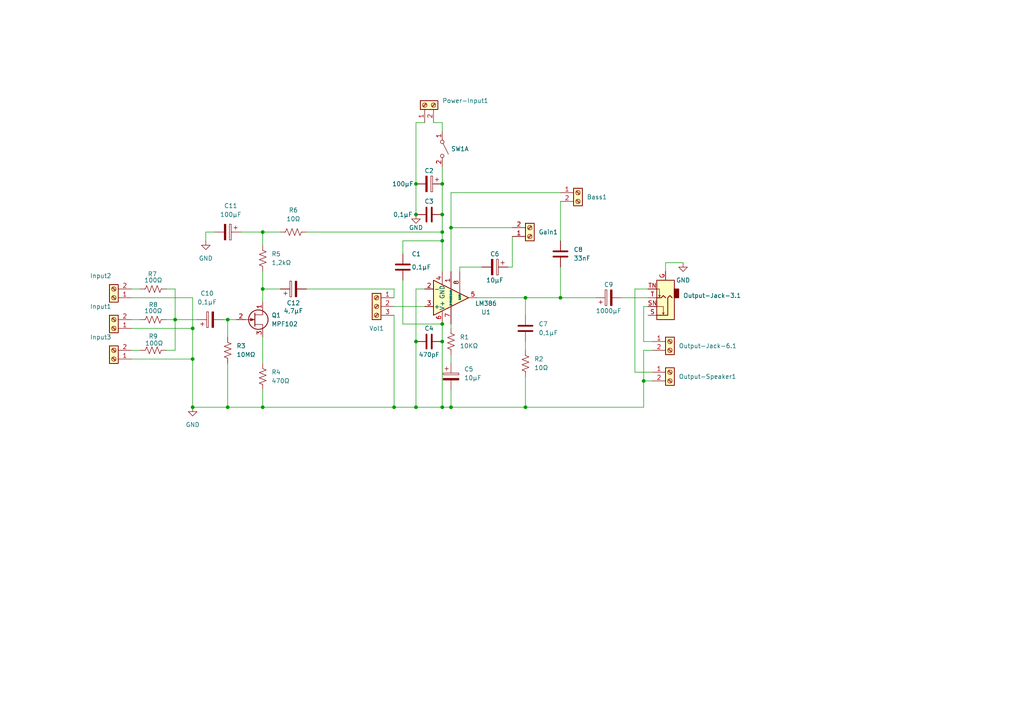
<source format=kicad_sch>
(kicad_sch (version 20231120) (generator "eeschema") (generator_version "8.0")
  (paper "A4")
  (lib_symbols
    (symbol "Amplifier_Audio:LM386" (pin_names (offset 0.127))
      (property "Reference" "U" (at 1.27 7.62 0))
      (property "Value" "LM386" (at 1.27 5.08 0))
      (symbol "LM386_0_1"
        (polyline (pts (xy 5.08 0) (xy -5.08 5.08) (xy -5.08 -5.08) (xy 5.08 0)) (stroke (width 0.254)) (fill (type background)))
      )
      (symbol "LM386_1_1"
        (pin input line (at 0 -7.62 90) (length 5.08) (name "GAIN") (number "1"))
        (pin input line (at -7.62 -2.54 0) (length 2.54) (name "-") (number "2"))
        (pin input line (at -7.62 2.54 0) (length 2.54) (name "+") (number "3"))
        (pin power_in line (at -2.54 -7.62 90) (length 3.81) (name "GND") (number "4"))
        (pin output line (at 7.62 0 180) (length 2.54) (name "~") (number "5"))
        (pin power_in line (at -2.54 7.62 270) (length 3.81) (name "V+") (number "6"))
        (pin input line (at 0 7.62 270) (length 5.08) (name "BYPASS") (number "7"))
        (pin input line (at 2.54 -7.62 90) (length 6.35) (name "GAIN") (number "8"))
      )
    )
    (symbol "Connector:Screw_Terminal_01x02" (pin_names (offset 1.016) hide)
      (property "Reference" "J" (at 0 2.54 0))
      (property "Value" "Screw_Terminal_01x02" (at 0 -5.08 0))
      (symbol "Screw_Terminal_01x02_1_1"
        (rectangle (start -1.27 1.27) (end 1.27 -3.81) (stroke (width 0.254)) (fill (type background)))
        (circle (center 0 -2.54) (radius 0.635) (stroke (width 0.1524)))
        (polyline (pts (xy -0.5334 -2.2098) (xy 0.3302 -3.048)) (stroke (width 0.1524)))
        (polyline (pts (xy -0.5334 0.3302) (xy 0.3302 -0.508)) (stroke (width 0.1524)))
        (polyline (pts (xy -0.3556 -2.032) (xy 0.508 -2.8702)) (stroke (width 0.1524)))
        (polyline (pts (xy -0.3556 0.508) (xy 0.508 -0.3302)) (stroke (width 0.1524)))
        (circle (center 0 0) (radius 0.635) (stroke (width 0.1524)))
        (pin passive line (at -5.08 0 0) (length 3.81) (name "Pin_1") (number "1"))
        (pin passive line (at -5.08 -2.54 0) (length 3.81) (name "Pin_2") (number "2"))
      )
    )
    (symbol "Connector:Screw_Terminal_01x03" (pin_names (offset 1.016) hide)
      (property "Reference" "J" (at 0 5.08 0))
      (property "Value" "Screw_Terminal_01x03" (at 0 -5.08 0))
      (symbol "Screw_Terminal_01x03_1_1"
        (rectangle (start -1.27 3.81) (end 1.27 -3.81) (stroke (width 0.254)) (fill (type background)))
        (circle (center 0 -2.54) (radius 0.635) (stroke (width 0.1524)))
        (polyline (pts (xy -0.5334 -2.2098) (xy 0.3302 -3.048)) (stroke (width 0.1524)))
        (polyline (pts (xy -0.5334 0.3302) (xy 0.3302 -0.508)) (stroke (width 0.1524)))
        (polyline (pts (xy -0.5334 2.8702) (xy 0.3302 2.032)) (stroke (width 0.1524)))
        (polyline (pts (xy -0.3556 -2.032) (xy 0.508 -2.8702)) (stroke (width 0.1524)))
        (polyline (pts (xy -0.3556 0.508) (xy 0.508 -0.3302)) (stroke (width 0.1524)))
        (polyline (pts (xy -0.3556 3.048) (xy 0.508 2.2098)) (stroke (width 0.1524)))
        (circle (center 0 0) (radius 0.635) (stroke (width 0.1524)))
        (circle (center 0 2.54) (radius 0.635) (stroke (width 0.1524)))
        (pin passive line (at -5.08 2.54 0) (length 3.81) (name "Pin_1") (number "1"))
        (pin passive line (at -5.08 0 0) (length 3.81) (name "Pin_2") (number "2"))
        (pin passive line (at -5.08 -2.54 0) (length 3.81) (name "Pin_3") (number "3"))
      )
    )
    (symbol "Connector_Audio:AudioJack2_Ground_Switch"
      (property "Reference" "J" (at 0 11.43 0))
      (property "Value" "AudioJack2_Ground_Switch" (at 0 8.89 0))
      (symbol "AudioJack2_Ground_Switch_0_1"
        (rectangle (start -2.54 -2.54) (end -3.81 0) (stroke (width 0.254)) (fill (type outline)))
        (rectangle (start 2.54 6.35) (end -2.54 -5.08) (stroke (width 0.254)) (fill (type background)))
      )
      (symbol "AudioJack2_Ground_Switch_1_1"
        (polyline (pts (xy 0.635 4.826) (xy 0.889 4.318)))
        (polyline (pts (xy 1.778 -0.254) (xy 2.032 -0.762)))
        (polyline (pts (xy 0 0) (xy 0.635 -0.635) (xy 1.27 0) (xy 2.54 0)) (stroke (width 0.254)))
        (polyline (pts (xy 2.54 -2.54) (xy 1.778 -2.54) (xy 1.778 -0.254) (xy 1.524 -0.762)))
        (polyline (pts (xy 2.54 2.54) (xy 0.635 2.54) (xy 0.635 4.826) (xy 0.381 4.318)))
        (polyline (pts (xy 2.54 5.08) (xy -0.635 5.08) (xy -0.635 0) (xy -1.27 -0.635) (xy -1.905 0)) (stroke (width 0.254)))
        (pin passive line (at 0 -7.62 90) (length 2.54) (name "~") (number "G"))
        (pin passive line (at 5.08 5.08 180) (length 2.54) (name "~") (number "S"))
        (pin passive line (at 5.08 2.54 180) (length 2.54) (name "~") (number "SN"))
        (pin passive line (at 5.08 0 180) (length 2.54) (name "~") (number "T"))
        (pin passive line (at 5.08 -2.54 180) (length 2.54) (name "~") (number "TN"))
      )
    )
    (symbol "Device:C" (pin_numbers hide) (pin_names (offset 0.254))
      (property "Reference" "C" (at 0.635 2.54 0))
      (property "Value" "C" (at 0.635 -2.54 0))
      (symbol "C_0_1"
        (polyline (pts (xy -2.032 -0.762) (xy 2.032 -0.762)) (stroke (width 0.508)))
        (polyline (pts (xy -2.032 0.762) (xy 2.032 0.762)) (stroke (width 0.508)))
      )
      (symbol "C_1_1"
        (pin passive line (at 0 3.81 270) (length 2.794) (name "~") (number "1"))
        (pin passive line (at 0 -3.81 90) (length 2.794) (name "~") (number "2"))
      )
    )
    (symbol "Device:C_Polarized" (pin_numbers hide) (pin_names (offset 0.254))
      (property "Reference" "C" (at 0.635 2.54 0))
      (property "Value" "C_Polarized" (at 0.635 -2.54 0))
      (symbol "C_Polarized_0_1"
        (rectangle (start -2.286 0.508) (end 2.286 1.016))
        (polyline (pts (xy -1.778 2.286) (xy -0.762 2.286)))
        (polyline (pts (xy -1.27 2.794) (xy -1.27 1.778)))
        (rectangle (start 2.286 -0.508) (end -2.286 -1.016) (fill (type outline)))
      )
      (symbol "C_Polarized_1_1"
        (pin passive line (at 0 3.81 270) (length 2.794) (name "~") (number "1"))
        (pin passive line (at 0 -3.81 90) (length 2.794) (name "~") (number "2"))
      )
    )
    (symbol "Device:R_US" (pin_numbers hide) (pin_names (offset 0))
      (property "Reference" "R" (at 2.54 0 90))
      (property "Value" "R_US" (at -2.54 0 90))
      (symbol "R_US_0_1"
        (polyline (pts (xy 0 -2.286) (xy 0 -2.54)))
        (polyline (pts (xy 0 2.286) (xy 0 2.54)))
        (polyline (pts (xy 0 -0.762) (xy 1.016 -1.143) (xy 0 -1.524) (xy -1.016 -1.905) (xy 0 -2.286)))
        (polyline (pts (xy 0 0.762) (xy 1.016 0.381) (xy 0 0) (xy -1.016 -0.381) (xy 0 -0.762)))
        (polyline (pts (xy 0 2.286) (xy 1.016 1.905) (xy 0 1.524) (xy -1.016 1.143) (xy 0 0.762)))
      )
      (symbol "R_US_1_1"
        (pin passive line (at 0 3.81 270) (length 1.27) (name "~") (number "1"))
        (pin passive line (at 0 -3.81 90) (length 1.27) (name "~") (number "2"))
      )
    )
    (symbol "GND_1" (power) (pin_numbers hide) (pin_names (offset 0) hide)
      (property "Value" "GND" (at 0 -3.81 0))
      (symbol "GND_1_0_1"
        (polyline (pts (xy 0 0) (xy 0 -1.27) (xy 1.27 -1.27) (xy 0 -2.54) (xy -1.27 -1.27) (xy 0 -1.27)))
      )
      (symbol "GND_1_1_1"
        (pin power_in line (at 0 0 270) (length 0) (name "~") (number "1"))
      )
    )
    (symbol "Switch:SW_DPST_x2" (pin_names (offset 0) hide)
      (property "Reference" "SW" (at 0 3.175 0))
      (property "Value" "SW_DPST_x2" (at 0 -2.54 0))
      (symbol "SW_DPST_x2_0_0"
        (circle (center -2.032 0) (radius 0.508))
        (polyline (pts (xy -1.524 0.254) (xy 1.524 1.778)))
        (circle (center 2.032 0) (radius 0.508))
      )
      (symbol "SW_DPST_x2_1_1"
        (pin passive line (at -5.08 0 0) (length 2.54) (name "A") (number "1"))
        (pin passive line (at 5.08 0 180) (length 2.54) (name "B") (number "2"))
      )
      (symbol "SW_DPST_x2_2_1"
        (pin passive line (at -5.08 0 0) (length 2.54) (name "A") (number "3"))
        (pin passive line (at 5.08 0 180) (length 2.54) (name "B") (number "4"))
      )
    )
    (symbol "Transistor_FET:2N3819" (pin_names hide)
      (property "Reference" "Q" (at 5.08 1.905 0))
      (property "Value" "2N3819" (at 5.08 0 0))
      (symbol "2N3819_0_1"
        (polyline (pts (xy 0.254 0) (xy -2.54 0)))
        (polyline (pts (xy 0.254 1.905) (xy 0.254 -1.905)) (stroke (width 0.254)))
        (polyline (pts (xy 2.54 -2.54) (xy 2.54 -1.397) (xy 0.254 -1.397)))
        (polyline (pts (xy 2.54 2.54) (xy 2.54 1.397) (xy 0.254 1.397)))
        (polyline (pts (xy 0 0) (xy -1.016 0.381) (xy -1.016 -0.381) (xy 0 0)) (fill (type outline)))
        (circle (center 1.27 0) (radius 2.8194) (stroke (width 0.254)))
      )
      (symbol "2N3819_1_1"
        (pin passive line (at 2.54 5.08 270) (length 2.54) (name "D") (number "1"))
        (pin input line (at -5.08 0 0) (length 2.54) (name "G") (number "2"))
        (pin passive line (at 2.54 -5.08 90) (length 2.54) (name "S") (number "3"))
      )
    )
    (symbol "power:GND" (power) (pin_names (offset 0))
      (property "Value" "GND" (at 0 -3.81 0))
      (symbol "GND_0_1"
        (polyline (pts (xy 0 0) (xy 0 -1.27) (xy 1.27 -1.27) (xy 0 -2.54) (xy -1.27 -1.27) (xy 0 -1.27)))
      )
      (symbol "GND_1_1"
        (pin power_in line (at 0 0 270) (length 0) hide (name "GND") (number "1"))
      )
    )
  )
  (junction (at 162.56 86.36))
  (junction (at 55.88 118.11))
  (junction (at 128.27 99.06))
  (junction (at 55.88 104.14))
  (junction (at 114.3 118.11))
  (junction (at 128.27 67.31))
  (junction (at 50.8 92.71))
  (junction (at 128.27 118.11))
  (junction (at 120.65 118.11))
  (junction (at 152.4 118.11))
  (junction (at 120.65 53.34))
  (junction (at 120.65 62.23))
  (junction (at 128.27 53.34))
  (junction (at 186.69 110.49))
  (junction (at 66.04 118.11))
  (junction (at 76.2 67.31))
  (junction (at 152.4 86.36))
  (junction (at 76.2 118.11))
  (junction (at 128.27 69.85))
  (junction (at 130.81 66.04))
  (junction (at 128.27 62.23))
  (junction (at 76.2 83.82))
  (junction (at 128.27 93.98))
  (junction (at 66.04 92.71))
  (junction (at 120.65 99.06))
  (junction (at 55.88 95.25))
  (junction (at 130.81 118.11))
  (wire (pts (xy 64.77 92.71) (xy 66.04 92.71)))
  (wire (pts (xy 128.27 69.85) (xy 116.84 69.85)))
  (wire (pts (xy 76.2 83.82) (xy 81.28 83.82)))
  (wire (pts (xy 162.56 86.36) (xy 172.72 86.36)))
  (wire (pts (xy 130.81 66.04) (xy 130.81 55.88)))
  (wire (pts (xy 128.27 69.85) (xy 128.27 78.74)))
  (wire (pts (xy 48.26 101.6) (xy 50.8 101.6)))
  (wire (pts (xy 186.69 99.06) (xy 186.69 88.9)))
  (wire (pts (xy 162.56 58.42) (xy 162.56 69.85)))
  (wire (pts (xy 55.88 95.25) (xy 55.88 104.14)))
  (wire (pts (xy 186.69 101.6) (xy 186.69 110.49)))
  (wire (pts (xy 128.27 67.31) (xy 128.27 69.85)))
  (wire (pts (xy 120.65 99.06) (xy 120.65 118.11)))
  (wire (pts (xy 55.88 95.25) (xy 38.1 95.25)))
  (wire (pts (xy 123.19 35.56) (xy 120.65 35.56)))
  (wire (pts (xy 69.85 67.31) (xy 76.2 67.31)))
  (wire (pts (xy 184.15 107.95) (xy 189.23 107.95)))
  (wire (pts (xy 130.81 118.11) (xy 128.27 118.11)))
  (wire (pts (xy 120.65 35.56) (xy 120.65 53.34)))
  (wire (pts (xy 189.23 99.06) (xy 186.69 99.06)))
  (wire (pts (xy 193.04 76.2) (xy 198.12 76.2)))
  (wire (pts (xy 186.69 118.11) (xy 186.69 110.49)))
  (wire (pts (xy 66.04 118.11) (xy 76.2 118.11)))
  (wire (pts (xy 130.81 118.11) (xy 130.81 113.03)))
  (wire (pts (xy 76.2 113.03) (xy 76.2 118.11)))
  (wire (pts (xy 66.04 92.71) (xy 68.58 92.71)))
  (wire (pts (xy 128.27 93.98) (xy 128.27 99.06)))
  (wire (pts (xy 130.81 66.04) (xy 148.59 66.04)))
  (wire (pts (xy 55.88 104.14) (xy 55.88 118.11)))
  (wire (pts (xy 152.4 101.6) (xy 152.4 99.06)))
  (wire (pts (xy 38.1 104.14) (xy 55.88 104.14)))
  (wire (pts (xy 152.4 86.36) (xy 162.56 86.36)))
  (wire (pts (xy 76.2 83.82) (xy 76.2 87.63)))
  (wire (pts (xy 128.27 99.06) (xy 128.27 118.11)))
  (wire (pts (xy 114.3 83.82) (xy 114.3 86.36)))
  (wire (pts (xy 148.59 77.47) (xy 147.32 77.47)))
  (wire (pts (xy 128.27 118.11) (xy 120.65 118.11)))
  (wire (pts (xy 186.69 110.49) (xy 189.23 110.49)))
  (wire (pts (xy 38.1 83.82) (xy 40.64 83.82)))
  (wire (pts (xy 123.19 83.82) (xy 120.65 83.82)))
  (wire (pts (xy 116.84 81.28) (xy 116.84 93.98)))
  (wire (pts (xy 130.81 78.74) (xy 130.81 66.04)))
  (wire (pts (xy 50.8 92.71) (xy 57.15 92.71)))
  (wire (pts (xy 138.43 86.36) (xy 152.4 86.36)))
  (wire (pts (xy 116.84 69.85) (xy 116.84 73.66)))
  (wire (pts (xy 133.35 78.74) (xy 133.35 77.47)))
  (wire (pts (xy 130.81 55.88) (xy 162.56 55.88)))
  (wire (pts (xy 48.26 92.71) (xy 50.8 92.71)))
  (wire (pts (xy 189.23 101.6) (xy 186.69 101.6)))
  (wire (pts (xy 128.27 48.26) (xy 128.27 53.34)))
  (wire (pts (xy 114.3 88.9) (xy 123.19 88.9)))
  (wire (pts (xy 187.96 83.82) (xy 184.15 83.82)))
  (wire (pts (xy 76.2 97.79) (xy 76.2 105.41)))
  (wire (pts (xy 148.59 68.58) (xy 148.59 77.47)))
  (wire (pts (xy 76.2 67.31) (xy 81.28 67.31)))
  (wire (pts (xy 38.1 86.36) (xy 55.88 86.36)))
  (wire (pts (xy 76.2 67.31) (xy 76.2 71.12)))
  (wire (pts (xy 116.84 93.98) (xy 128.27 93.98)))
  (wire (pts (xy 59.69 67.31) (xy 59.69 69.85)))
  (wire (pts (xy 162.56 77.47) (xy 162.56 86.36)))
  (wire (pts (xy 50.8 101.6) (xy 50.8 92.71)))
  (wire (pts (xy 130.81 95.25) (xy 130.81 93.98)))
  (wire (pts (xy 50.8 83.82) (xy 50.8 92.71)))
  (wire (pts (xy 66.04 92.71) (xy 66.04 97.79)))
  (wire (pts (xy 180.34 86.36) (xy 187.96 86.36)))
  (wire (pts (xy 62.23 67.31) (xy 59.69 67.31)))
  (wire (pts (xy 66.04 105.41) (xy 66.04 118.11)))
  (wire (pts (xy 193.04 78.74) (xy 193.04 76.2)))
  (wire (pts (xy 128.27 62.23) (xy 128.27 67.31)))
  (wire (pts (xy 125.73 35.56) (xy 128.27 35.56)))
  (wire (pts (xy 186.69 88.9) (xy 187.96 88.9)))
  (wire (pts (xy 76.2 78.74) (xy 76.2 83.82)))
  (wire (pts (xy 152.4 109.22) (xy 152.4 118.11)))
  (wire (pts (xy 88.9 67.31) (xy 128.27 67.31)))
  (wire (pts (xy 152.4 118.11) (xy 130.81 118.11)))
  (wire (pts (xy 128.27 35.56) (xy 128.27 38.1)))
  (wire (pts (xy 184.15 83.82) (xy 184.15 107.95)))
  (wire (pts (xy 152.4 118.11) (xy 186.69 118.11)))
  (wire (pts (xy 133.35 77.47) (xy 139.7 77.47)))
  (wire (pts (xy 88.9 83.82) (xy 114.3 83.82)))
  (wire (pts (xy 55.88 118.11) (xy 66.04 118.11)))
  (wire (pts (xy 114.3 91.44) (xy 114.3 118.11)))
  (wire (pts (xy 48.26 83.82) (xy 50.8 83.82)))
  (wire (pts (xy 120.65 83.82) (xy 120.65 99.06)))
  (wire (pts (xy 76.2 118.11) (xy 114.3 118.11)))
  (wire (pts (xy 114.3 118.11) (xy 120.65 118.11)))
  (wire (pts (xy 55.88 86.36) (xy 55.88 95.25)))
  (wire (pts (xy 120.65 53.34) (xy 120.65 62.23)))
  (wire (pts (xy 152.4 86.36) (xy 152.4 91.44)))
  (wire (pts (xy 38.1 92.71) (xy 40.64 92.71)))
  (wire (pts (xy 130.81 105.41) (xy 130.81 102.87)))
  (wire (pts (xy 38.1 101.6) (xy 40.64 101.6)))
  (wire (pts (xy 128.27 53.34) (xy 128.27 62.23)))
  (symbol (lib_id "Connector:Screw_Terminal_01x02") (at 33.02 86.36 180) (unit 1)
    (property "Reference" "Input2" (at 29.21 80.01 0))
    (property "Value" "Screw_Terminal_01x02" (effects (hide yes)))
    (property "Footprint" "Connector_Molex:Molex_KK-254_AE-6410-02A_1x02_P2.54mm_Vertical" (effects (hide yes)))
  )
  (symbol (lib_id "Connector:Screw_Terminal_01x02") (at 33.02 104.14 180) (unit 1)
    (property "Reference" "Input3" (at 29.21 97.79 0))
    (property "Value" "Screw_Terminal_01x02" (effects (hide yes)))
    (property "Footprint" "Connector_Molex:Molex_KK-254_AE-6410-02A_1x02_P2.54mm_Vertical" (effects (hide yes)))
  )
  (symbol (lib_id "Device:C_Polarized") (at 60.96 92.71 90) (unit 1)
    (property "Reference" "C10" (at 60.071 85.09 90))
    (property "Value" "0,1µF" (at 60.071 87.63 90))
    (property "Footprint" "Capacitor_THT:CP_Radial_D6.3mm_P2.50mm" (effects (hide yes)))
    (property "Description" "Polarized capacitor" (effects (hide yes)))
  )
  (symbol (lib_id "Device:C") (at 124.46 62.23 90) (unit 1)
    (property "Reference" "C3" (at 124.46 58.42 90))
    (property "Value" "0,1µF" (at 116.84 62.23 90))
    (property "Footprint" "Capacitor_THT:C_Disc_D5.0mm_W2.5mm_P2.50mm" (effects (hide yes)))
  )
  (symbol (lib_id "Device:R_US") (at 130.81 99.06 0) (unit 1)
    (property "Reference" "R1" (at 133.35 97.7899 0) (effects (justify left)))
    (property "Value" "10KΩ" (at 133.35 100.3299 0) (effects (justify left)))
    (property "Footprint" "Resistor_THT:R_Axial_DIN0204_L3.6mm_D1.6mm_P7.62mm_Horizontal" (effects (hide yes)))
    (property "Description" "Resistor, US symbol" (effects (hide yes)))
  )
  (symbol (lib_id "Device:R_US") (at 44.45 92.71 90) (unit 1)
    (property "Reference" "R8" (at 44.45 88.392 90))
    (property "Value" "100Ω" (at 44.45 90.17 90))
    (property "Footprint" "Resistor_THT:R_Axial_DIN0204_L3.6mm_D1.6mm_P7.62mm_Horizontal" (effects (hide yes)))
    (property "Description" "Resistor, US symbol" (effects (hide yes)))
  )
  (symbol (lib_id "Transistor_FET:2N3819") (at 73.66 92.71 0) (unit 1)
    (property "Reference" "Q1" (at 78.74 91.4399 0) (effects (justify left)))
    (property "Value" "MPF102" (at 78.74 93.9799 0) (effects (justify left)))
    (property "Footprint" "Package_TO_SOT_THT:TO-92" (effects (hide yes)))
    (property "Datasheet" "https://my.centralsemi.com/datasheets/2N3819.PDF" (effects (hide yes)))
    (property "Description" "20mA Id, 25V Vgs, N-Channel JFET Transistor, TO-92" (effects (hide yes)))
  )
  (symbol (lib_id "Connector:Screw_Terminal_01x02") (at 167.64 55.88 0) (unit 1)
    (property "Reference" "Bass1" (at 170.18 57.15 0) (effects (justify left)))
    (property "Value" "Screw_Terminal_01x02" (effects (hide yes)))
    (property "Footprint" "Connector_Molex:Molex_KK-254_AE-6410-02A_1x02_P2.54mm_Vertical" (effects (hide yes)))
  )
  (symbol (lib_id "Connector:Screw_Terminal_01x02") (at 194.31 99.06 0) (unit 1)
    (property "Reference" "Output-Jack-6.1" (at 196.85 100.33 0) (effects (justify left)))
    (property "Value" "Screw_Terminal_01x02" (effects (hide yes)))
    (property "Footprint" "Connector_Molex:Molex_KK-254_AE-6410-02A_1x02_P2.54mm_Vertical" (effects (hide yes)))
  )
  (symbol (lib_id "Device:C") (at 162.56 73.66 0) (unit 1)
    (property "Reference" "C8" (at 166.37 72.39 0) (effects (justify left)))
    (property "Value" "33nF" (at 166.37 74.93 0) (effects (justify left)))
    (property "Footprint" "Capacitor_THT:C_Disc_D5.0mm_W2.5mm_P2.50mm" (effects (hide yes)))
  )
  (symbol (lib_id "power:GND") (at 120.65 62.23 0) (unit 1)
    (property "Reference" "#PWR02" (effects (hide yes)))
    (property "Value" "GND" (at 120.65 66.04 0))
  )
  (symbol (lib_id "Connector:Screw_Terminal_01x02") (at 33.02 95.25 180) (unit 1)
    (property "Reference" "Input1" (at 29.21 88.9 0))
    (property "Value" "Screw_Terminal_01x02" (effects (hide yes)))
    (property "Footprint" "Connector_Molex:Molex_KK-254_AE-6410-02A_1x02_P2.54mm_Vertical" (effects (hide yes)))
  )
  (symbol (lib_id "Device:R_US") (at 152.4 105.41 0) (unit 1)
    (property "Reference" "R2" (at 154.94 104.1399 0) (effects (justify left)))
    (property "Value" "10Ω" (at 154.94 106.6799 0) (effects (justify left)))
    (property "Footprint" "Resistor_THT:R_Axial_DIN0204_L3.6mm_D1.6mm_P7.62mm_Horizontal" (effects (hide yes)))
    (property "Description" "Resistor, US symbol" (effects (hide yes)))
  )
  (symbol (lib_id "Connector:Screw_Terminal_01x02") (at 194.31 107.95 0) (unit 1)
    (property "Reference" "Output-Speaker1" (at 196.85 109.22 0) (effects (justify left)))
    (property "Value" "Screw_Terminal_01x02" (effects (hide yes)))
    (property "Footprint" "Connector_Molex:Molex_KK-254_AE-6410-02A_1x02_P2.54mm_Vertical" (effects (hide yes)))
  )
  (symbol (lib_id "Connector:Screw_Terminal_01x03") (at 109.22 88.9 0) (mirror y) (unit 1)
    (property "Reference" "Vol1" (at 109.22 95.25 0))
    (property "Value" "Screw_Terminal_01x03" (effects (hide yes)))
    (property "Footprint" "Connector_Molex:Molex_KK-254_AE-6410-03A_1x03_P2.54mm_Vertical" (effects (hide yes)))
  )
  (symbol (lib_id "Device:C_Polarized") (at 85.09 83.82 90) (unit 1)
    (property "Reference" "C12" (at 85.09 87.884 90))
    (property "Value" "4,7µF" (at 85.09 90.17 90))
    (property "Footprint" "Capacitor_THT:CP_Radial_D4.0mm_P1.50mm" (effects (hide yes)))
    (property "Description" "Polarized capacitor" (effects (hide yes)))
  )
  (symbol (lib_id "Device:R_US") (at 44.45 83.82 90) (unit 1)
    (property "Reference" "R7" (at 44.196 79.502 90))
    (property "Value" "100Ω" (at 44.45 81.28 90))
    (property "Footprint" "Resistor_THT:R_Axial_DIN0204_L3.6mm_D1.6mm_P7.62mm_Horizontal" (effects (hide yes)))
    (property "Description" "Resistor, US symbol" (effects (hide yes)))
  )
  (symbol (lib_id "Device:C_Polarized") (at 176.53 86.36 90) (unit 1)
    (property "Reference" "C9" (at 176.53 82.55 90))
    (property "Value" "1000µF" (at 176.53 90.17 90))
    (property "Footprint" "Capacitor_THT:CP_Radial_Tantal_D9.0mm_P5.00mm" (effects (hide yes)))
  )
  (symbol (lib_id "Device:C_Polarized") (at 143.51 77.47 270) (unit 1)
    (property "Reference" "C6" (at 143.51 73.66 90))
    (property "Value" "10µF" (at 143.51 81.28 90))
    (property "Footprint" "Capacitor_THT:CP_Radial_D4.0mm_P1.50mm" (effects (hide yes)))
  )
  (symbol (lib_id "power:GND") (at 55.88 118.11 0) (unit 1)
    (property "Reference" "#PWR01" (effects (hide yes)))
    (property "Value" "GND" (at 55.88 123.19 0))
  )
  (symbol (lib_id "Device:R_US") (at 66.04 101.6 0) (unit 1)
    (property "Reference" "R3" (at 68.58 100.3299 0) (effects (justify left)))
    (property "Value" "10MΩ" (at 68.58 102.8699 0) (effects (justify left)))
    (property "Footprint" "Resistor_THT:R_Axial_DIN0204_L3.6mm_D1.6mm_P7.62mm_Horizontal" (effects (hide yes)))
    (property "Description" "Resistor, US symbol" (effects (hide yes)))
  )
  (symbol (lib_id "Device:C") (at 124.46 99.06 270) (unit 1)
    (property "Reference" "C4" (at 124.46 95.25 90))
    (property "Value" "470pF" (at 124.46 102.87 90))
    (property "Footprint" "Capacitor_THT:C_Disc_D5.0mm_W2.5mm_P2.50mm" (effects (hide yes)))
  )
  (symbol (lib_id "Connector_Audio:AudioJack2_Ground_Switch") (at 193.04 86.36 180) (unit 1)
    (property "Reference" "Output-Jack-3.1" (at 198.12 85.725 0) (effects (justify right)))
    (property "Value" "AudioJack2_Ground_Switch" (effects (hide yes)))
    (property "Footprint" "Connector_Molex:Molex_KK-254_AE-6410-05A_1x05_P2.54mm_Vertical" (effects (hide yes)))
  )
  (symbol (lib_id "Amplifier_Audio:LM386") (at 130.81 86.36 0) (mirror x) (unit 1)
    (property "Reference" "U1" (at 140.97 90.5509 0))
    (property "Value" "LM386" (at 140.97 88.0109 0))
    (property "Footprint" "Package_DIP:DIP-8_W7.62mm_LongPads" (effects (hide yes)))
    (property "Datasheet" "http://www.ti.com/lit/ds/symlink/lm386.pdf" (effects (hide yes)))
  )
  (symbol (lib_id "Device:R_US") (at 76.2 109.22 0) (unit 1)
    (property "Reference" "R4" (at 78.74 107.9499 0) (effects (justify left)))
    (property "Value" "470Ω" (at 78.74 110.4899 0) (effects (justify left)))
    (property "Footprint" "Resistor_THT:R_Axial_DIN0204_L3.6mm_D1.6mm_P7.62mm_Horizontal" (effects (hide yes)))
    (property "Description" "Resistor, US symbol" (effects (hide yes)))
  )
  (symbol (lib_id "Switch:SW_DPST_x2") (at 128.27 43.18 270) (unit 1)
    (property "Reference" "SW1" (at 130.81 43.1799 90) (effects (justify left)))
    (property "Value" "SW_DPST_x2" (effects (hide yes)))
    (property "Footprint" "Connector_Molex:Molex_KK-254_AE-6410-02A_1x02_P2.54mm_Vertical" (effects (hide yes)))
    (property "Description" "Single Pole Single Throw (SPST) switch, separate symbol" (effects (hide yes)))
  )
  (symbol (lib_id "Device:R_US") (at 76.2 74.93 0) (unit 1)
    (property "Reference" "R5" (at 78.74 73.6599 0) (effects (justify left)))
    (property "Value" "1,2kΩ" (at 78.74 76.1999 0) (effects (justify left)))
    (property "Footprint" "Resistor_THT:R_Axial_DIN0204_L3.6mm_D1.6mm_P7.62mm_Horizontal" (effects (hide yes)))
    (property "Description" "Resistor, US symbol" (effects (hide yes)))
  )
  (symbol (lib_id "Device:C_Polarized") (at 66.04 67.31 270) (unit 1)
    (property "Reference" "C11" (at 66.929 59.69 90))
    (property "Value" "100µF" (at 66.929 62.23 90))
    (property "Footprint" "Capacitor_THT:CP_Radial_D5.0mm_P2.50mm" (effects (hide yes)))
    (property "Description" "Polarized capacitor" (effects (hide yes)))
  )
  (symbol (lib_id "Connector:Screw_Terminal_01x02") (at 123.19 30.48 90) (unit 1)
    (property "Reference" "Power-Input1" (at 128.27 29.21 90) (effects (justify right)))
    (property "Value" "Screw_Terminal_01x02" (effects (hide yes)))
    (property "Footprint" "Connector_Molex:Molex_KK-254_AE-6410-02A_1x02_P2.54mm_Vertical" (effects (hide yes)))
  )
  (symbol (lib_id "power:GND") (at 198.12 76.2 0) (unit 1)
    (property "Reference" "#PWR03" (effects (hide yes)))
    (property "Value" "GND" (at 198.12 81.28 0))
  )
  (symbol (lib_id "Device:C") (at 152.4 95.25 0) (unit 1)
    (property "Reference" "C7" (at 156.21 93.98 0) (effects (justify left)))
    (property "Value" "0,1µF" (at 156.21 96.52 0) (effects (justify left)))
    (property "Footprint" "Capacitor_THT:C_Disc_D5.0mm_W2.5mm_P2.50mm" (effects (hide yes)))
  )
  (symbol (lib_name "GND_1") (lib_id "power:GND") (at 59.69 69.85 0) (unit 1)
    (property "Reference" "#PWR04" (effects (hide yes)))
    (property "Value" "GND" (at 59.69 74.93 0))
    (property "Description" "Power symbol creates a global label with name \"GND\" , ground" (effects (hide yes)))
  )
  (symbol (lib_id "Device:C_Polarized") (at 130.81 109.22 0) (unit 1)
    (property "Reference" "C5" (at 134.62 107.061 0) (effects (justify left)))
    (property "Value" "10µF" (at 134.62 109.601 0) (effects (justify left)))
    (property "Footprint" "Capacitor_THT:CP_Radial_D4.0mm_P1.50mm" (effects (hide yes)))
  )
  (symbol (lib_id "Device:C") (at 116.84 77.47 0) (unit 1)
    (property "Reference" "C1" (at 119.38 73.66 0) (effects (justify left)))
    (property "Value" "0,1µF" (at 119.38 77.47 0) (effects (justify left)))
    (property "Footprint" "Capacitor_THT:C_Disc_D5.0mm_W2.5mm_P2.50mm" (effects (hide yes)))
  )
  (symbol (lib_id "Device:C_Polarized") (at 124.46 53.34 270) (unit 1)
    (property "Reference" "C2" (at 124.46 49.53 90))
    (property "Value" "100µF" (at 116.84 53.34 90))
    (property "Footprint" "Capacitor_THT:CP_Radial_D5.0mm_P2.50mm" (effects (hide yes)))
  )
  (symbol (lib_id "Device:R_US") (at 44.45 101.6 90) (unit 1)
    (property "Reference" "R9" (at 44.45 97.536 90))
    (property "Value" "100Ω" (at 44.704 99.568 90))
    (property "Footprint" "Resistor_THT:R_Axial_DIN0204_L3.6mm_D1.6mm_P7.62mm_Horizontal" (effects (hide yes)))
    (property "Description" "Resistor, US symbol" (effects (hide yes)))
  )
  (symbol (lib_id "Device:R_US") (at 85.09 67.31 90) (unit 1)
    (property "Reference" "R6" (at 85.09 60.96 90))
    (property "Value" "10Ω" (at 85.09 63.5 90))
    (property "Footprint" "Resistor_THT:R_Axial_DIN0204_L3.6mm_D1.6mm_P7.62mm_Horizontal" (effects (hide yes)))
    (property "Description" "Resistor, US symbol" (effects (hide yes)))
  )
  (symbol (lib_id "Connector:Screw_Terminal_01x02") (at 153.67 68.58 0) (mirror x) (unit 1)
    (property "Reference" "Gain1" (at 156.21 67.31 0) (effects (justify left)))
    (property "Value" "Screw_Terminal_01x02" (effects (hide yes)))
    (property "Footprint" "Connector_Molex:Molex_KK-254_AE-6410-02A_1x02_P2.54mm_Vertical" (effects (hide yes)))
  )
)
</source>
